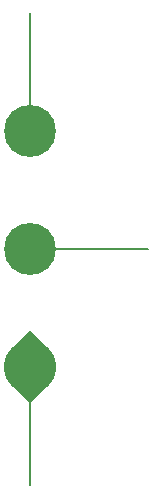
<source format=gtl>
%TF.GenerationSoftware,KiCad,Pcbnew,8.0.8*%
%TF.CreationDate,2025-01-29T16:55:17+00:00*%
%TF.ProjectId,ec30_0x2_l4r4_mh_0.1,65633330-5f30-4783-925f-6c3472345f6d,v0.1*%
%TF.SameCoordinates,PX8d24d00PY36d6160*%
%TF.FileFunction,Copper,L1,Top*%
%TF.FilePolarity,Positive*%
%FSLAX46Y46*%
G04 Gerber Fmt 4.6, Leading zero omitted, Abs format (unit mm)*
G04 Created by KiCad (PCBNEW 8.0.8) date 2025-01-29 16:55:17*
%MOMM*%
%LPD*%
G01*
G04 APERTURE LIST*
G04 Aperture macros list*
%AMFreePoly0*
4,1,31,1.555635,1.555635,1.655822,1.452117,1.831196,1.223566,1.975237,0.974079,2.085481,0.707925,2.160042,0.429659,2.197645,0.144041,2.197645,-0.144041,2.160042,-0.429659,2.085481,-0.707925,1.975237,-0.974079,1.831196,-1.223566,1.655822,-1.452117,1.555635,-1.555635,0.000000,-3.111270,-1.555635,-1.555635,-1.655822,-1.452117,-1.831196,-1.223566,-1.975237,-0.974079,-2.085481,-0.707925,
-2.160042,-0.429659,-2.197645,-0.144041,-2.197645,0.144041,-2.160042,0.429659,-2.085481,0.707925,-1.975237,0.974079,-1.831196,1.223566,-1.655822,1.452117,-1.555635,1.555635,0.000000,3.111270,1.555635,1.555635,1.555635,1.555635,$1*%
G04 Aperture macros list end*
%TA.AperFunction,SMDPad,CuDef*%
%ADD10C,0.100000*%
%TD*%
%TA.AperFunction,FiducialPad,Local*%
%ADD11FreePoly0,0.000000*%
%TD*%
%TA.AperFunction,FiducialPad,Local*%
%ADD12C,4.400000*%
%TD*%
%TA.AperFunction,ComponentPad*%
%ADD13C,4.400000*%
%TD*%
%TA.AperFunction,Conductor*%
%ADD14C,0.200000*%
%TD*%
G04 APERTURE END LIST*
D10*
%TO.P,GS1,1,JD_DATA*%
%TO.N,JD_DATA*%
X0Y-20000000D03*
%TD*%
D11*
%TO.P,MH1,MH1,MH1*%
%TO.N,JD_DATA*%
X0Y-10000000D03*
D12*
X0Y-10000000D03*
%TD*%
D13*
%TO.P,MH3,MH3,MH3*%
%TO.N,JD_PWR*%
X0Y10000000D03*
%TD*%
D10*
%TO.P,GS3,1,JD_PWR*%
%TO.N,JD_PWR*%
X0Y20000000D03*
%TD*%
%TO.P,GS2,1,GND*%
%TO.N,GND*%
X10000000Y0D03*
%TD*%
D13*
%TO.P,MH2,MH2,MH2*%
%TO.N,GND*%
X0Y0D03*
%TD*%
D14*
%TO.N,JD_DATA*%
X0Y-10000000D02*
X0Y-20000000D01*
%TO.N,GND*%
X0Y0D02*
X10000000Y0D01*
%TO.N,JD_PWR*%
X0Y10000000D02*
X0Y20000000D01*
%TD*%
M02*

</source>
